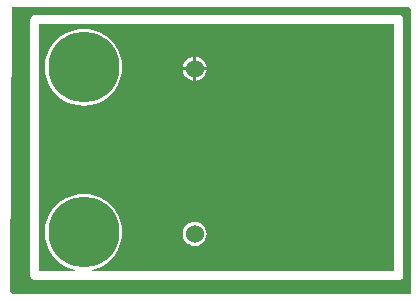
<source format=gbl>
%FSLAX23Y23*%
%MOIN*%
G70*
G01*
G75*
G04 Layer_Physical_Order=2*
G04 Layer_Color=16711680*
%ADD10R,0.118X0.059*%
%ADD11R,0.118X0.039*%
%ADD12R,0.020X0.024*%
%ADD13R,0.024X0.020*%
%ADD14C,0.010*%
%ADD15C,0.060*%
%ADD16C,0.236*%
%ADD17C,0.039*%
G36*
X1260Y895D02*
Y-55D01*
X-65D01*
X-75Y-45D01*
X-70Y900D01*
X1255D01*
X1260Y895D01*
D02*
G37*
%LPC*%
G36*
X1220Y875D02*
X10D01*
X4Y874D01*
X-1Y871D01*
X-6Y866D01*
X-9Y861D01*
X-10Y855D01*
Y10D01*
X-10Y10D01*
X-10D01*
X-9Y4D01*
X-6Y-1D01*
X-1Y-6D01*
X4Y-9D01*
X10Y-10D01*
X1220D01*
X1226Y-9D01*
X1231Y-6D01*
X1234Y-1D01*
X1235Y5D01*
X1235Y5D01*
X1235Y5D01*
Y5D01*
Y860D01*
X1234Y866D01*
X1231Y871D01*
X1226Y874D01*
X1220Y875D01*
D02*
G37*
%LPD*%
G36*
X1205Y20D02*
X200D01*
X199Y25D01*
X210Y28D01*
X228Y36D01*
X246Y46D01*
X261Y59D01*
X274Y74D01*
X285Y92D01*
X292Y110D01*
X297Y130D01*
X299Y150D01*
X297Y170D01*
X292Y190D01*
X285Y208D01*
X274Y226D01*
X261Y241D01*
X246Y254D01*
X228Y264D01*
X210Y272D01*
X190Y277D01*
X170Y279D01*
X150Y277D01*
X130Y272D01*
X112Y264D01*
X94Y254D01*
X79Y241D01*
X66Y226D01*
X56Y208D01*
X48Y190D01*
X43Y170D01*
X41Y150D01*
X43Y130D01*
X48Y110D01*
X56Y92D01*
X66Y74D01*
X79Y59D01*
X94Y46D01*
X112Y36D01*
X130Y28D01*
X141Y25D01*
X140Y20D01*
X20D01*
Y845D01*
X1205D01*
Y20D01*
D02*
G37*
%LPC*%
G36*
X540Y185D02*
X530Y184D01*
X520Y180D01*
X511Y174D01*
X505Y165D01*
X501Y155D01*
X500Y145D01*
X501Y135D01*
X505Y125D01*
X511Y116D01*
X520Y110D01*
X530Y106D01*
X540Y105D01*
X550Y106D01*
X560Y110D01*
X569Y116D01*
X575Y125D01*
X579Y135D01*
X580Y145D01*
X579Y155D01*
X575Y165D01*
X569Y174D01*
X560Y180D01*
X550Y184D01*
X540Y185D01*
D02*
G37*
G36*
X170Y829D02*
X150Y827D01*
X130Y822D01*
X112Y814D01*
X94Y804D01*
X79Y791D01*
X66Y776D01*
X56Y758D01*
X48Y740D01*
X43Y720D01*
X41Y700D01*
X43Y680D01*
X48Y660D01*
X56Y642D01*
X66Y624D01*
X79Y609D01*
X94Y596D01*
X112Y586D01*
X130Y578D01*
X150Y573D01*
X170Y571D01*
X190Y573D01*
X210Y578D01*
X228Y586D01*
X246Y596D01*
X261Y609D01*
X274Y624D01*
X285Y642D01*
X292Y660D01*
X297Y680D01*
X299Y700D01*
X297Y720D01*
X292Y740D01*
X285Y758D01*
X274Y776D01*
X261Y791D01*
X246Y804D01*
X228Y814D01*
X210Y822D01*
X190Y827D01*
X170Y829D01*
D02*
G37*
G36*
X535Y736D02*
X530Y735D01*
X520Y731D01*
X511Y725D01*
X505Y716D01*
X501Y707D01*
X500Y701D01*
X535D01*
Y736D01*
D02*
G37*
G36*
X545D02*
Y701D01*
X580D01*
X579Y707D01*
X575Y716D01*
X569Y725D01*
X560Y731D01*
X550Y735D01*
X545Y736D01*
D02*
G37*
G36*
X535Y691D02*
X500D01*
X501Y686D01*
X505Y676D01*
X511Y668D01*
X520Y661D01*
X530Y657D01*
X535Y656D01*
Y691D01*
D02*
G37*
G36*
X580D02*
X545D01*
Y656D01*
X550Y657D01*
X560Y661D01*
X569Y668D01*
X575Y676D01*
X579Y686D01*
X580Y691D01*
D02*
G37*
%LPD*%
D15*
X540Y696D02*
D03*
Y145D02*
D03*
D16*
X170Y700D02*
D03*
Y150D02*
D03*
D17*
X259Y700D02*
D03*
X233Y637D02*
D03*
X170Y611D02*
D03*
X107Y637D02*
D03*
X81Y700D02*
D03*
X170Y789D02*
D03*
X233Y763D02*
D03*
X107D02*
D03*
X259Y150D02*
D03*
X233Y87D02*
D03*
X170Y61D02*
D03*
X107Y87D02*
D03*
X81Y150D02*
D03*
X170Y239D02*
D03*
X233Y213D02*
D03*
X107D02*
D03*
M02*

</source>
